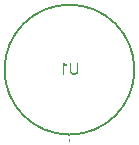
<source format=gbr>
%TF.GenerationSoftware,KiCad,Pcbnew,8.0.4*%
%TF.CreationDate,2024-08-31T15:59:03-07:00*%
%TF.ProjectId,aunisoma-pir,61756e69-736f-46d6-912d-7069722e6b69,rev?*%
%TF.SameCoordinates,Original*%
%TF.FileFunction,Legend,Bot*%
%TF.FilePolarity,Positive*%
%FSLAX46Y46*%
G04 Gerber Fmt 4.6, Leading zero omitted, Abs format (unit mm)*
G04 Created by KiCad (PCBNEW 8.0.4) date 2024-08-31 15:59:03*
%MOMM*%
%LPD*%
G01*
G04 APERTURE LIST*
G04 Aperture macros list*
%AMRoundRect*
0 Rectangle with rounded corners*
0 $1 Rounding radius*
0 $2 $3 $4 $5 $6 $7 $8 $9 X,Y pos of 4 corners*
0 Add a 4 corners polygon primitive as box body*
4,1,4,$2,$3,$4,$5,$6,$7,$8,$9,$2,$3,0*
0 Add four circle primitives for the rounded corners*
1,1,$1+$1,$2,$3*
1,1,$1+$1,$4,$5*
1,1,$1+$1,$6,$7*
1,1,$1+$1,$8,$9*
0 Add four rect primitives between the rounded corners*
20,1,$1+$1,$2,$3,$4,$5,0*
20,1,$1+$1,$4,$5,$6,$7,0*
20,1,$1+$1,$6,$7,$8,$9,0*
20,1,$1+$1,$8,$9,$2,$3,0*%
G04 Aperture macros list end*
%ADD10C,0.250000*%
%ADD11C,0.200000*%
%ADD12C,0.100000*%
%ADD13C,3.200000*%
%ADD14RoundRect,0.250000X-0.350000X-0.625000X0.350000X-0.625000X0.350000X0.625000X-0.350000X0.625000X0*%
%ADD15O,1.200000X1.750000*%
%ADD16C,1.192000*%
G04 APERTURE END LIST*
D10*
G36*
X105033704Y-69382397D02*
G01*
X105033704Y-70056018D01*
X105036567Y-70106455D01*
X105046327Y-70157143D01*
X105063013Y-70202808D01*
X105087846Y-70246932D01*
X105118380Y-70285149D01*
X105141904Y-70307344D01*
X105184809Y-70337694D01*
X105229064Y-70359699D01*
X105256942Y-70369870D01*
X105306997Y-70382521D01*
X105358975Y-70389334D01*
X105394695Y-70390631D01*
X105445427Y-70388178D01*
X105493850Y-70380818D01*
X105535868Y-70369870D01*
X105582522Y-70351232D01*
X105627560Y-70324528D01*
X105649441Y-70307344D01*
X105685031Y-70269943D01*
X105714010Y-70225609D01*
X105725156Y-70202808D01*
X105741974Y-70152742D01*
X105750572Y-70101598D01*
X105752755Y-70056018D01*
X105752755Y-69382397D01*
X105626237Y-69382397D01*
X105626237Y-70059193D01*
X105622534Y-70110538D01*
X105609385Y-70160554D01*
X105585900Y-70204157D01*
X105561757Y-70231873D01*
X105521197Y-70260555D01*
X105488484Y-70274127D01*
X105440451Y-70284799D01*
X105393718Y-70287805D01*
X105343404Y-70284385D01*
X105297975Y-70274127D01*
X105253359Y-70254026D01*
X105224214Y-70231873D01*
X105192867Y-70192945D01*
X105177075Y-70160554D01*
X105163925Y-70110538D01*
X105160222Y-70059193D01*
X105160222Y-69382397D01*
X105033704Y-69382397D01*
G37*
G36*
X104437263Y-70375000D02*
G01*
X104563781Y-70375000D01*
X104563781Y-69531873D01*
X104821702Y-69625418D01*
X104821702Y-69510624D01*
X104457047Y-69374581D01*
X104437263Y-69374581D01*
X104437263Y-70375000D01*
G37*
D11*
%TO.C,U1*%
X105000000Y-64460000D02*
X105000000Y-64460000D01*
X105000000Y-75460000D02*
X105000000Y-75460000D01*
D12*
X105000000Y-75900000D02*
X105000000Y-75900000D01*
X105000000Y-76000000D02*
X105000000Y-76000000D01*
D11*
X105000000Y-64460000D02*
G75*
G02*
X105000000Y-75460000I0J-5500000D01*
G01*
X105000000Y-75460000D02*
G75*
G02*
X105000000Y-64460000I0J5500000D01*
G01*
D12*
X105000000Y-75900000D02*
G75*
G02*
X105000000Y-76000000I0J-50000D01*
G01*
X105000000Y-76000000D02*
G75*
G02*
X105000000Y-75900000I0J50000D01*
G01*
%TD*%
%LPC*%
D13*
%TO.C,H1*%
X120000000Y-70000000D03*
%TD*%
%TO.C,H2*%
X90000000Y-70000000D03*
%TD*%
D14*
%TO.C,J1*%
X103000000Y-80000000D03*
D15*
X105000000Y-80000000D03*
X107000000Y-80000000D03*
%TD*%
D16*
%TO.C,U1*%
X105000000Y-72500000D03*
X102460000Y-69960000D03*
X105000000Y-67420000D03*
%TD*%
%LPD*%
M02*

</source>
